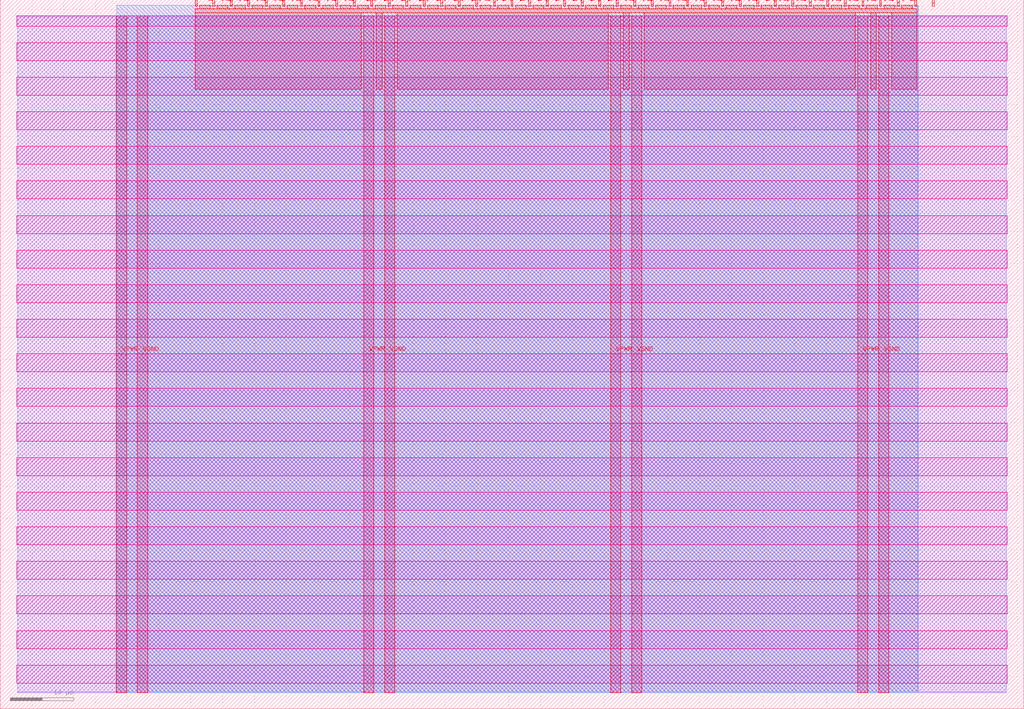
<source format=lef>
VERSION 5.7 ;
  NOWIREEXTENSIONATPIN ON ;
  DIVIDERCHAR "/" ;
  BUSBITCHARS "[]" ;
MACRO tt_um_program_counter_top_level
  CLASS BLOCK ;
  FOREIGN tt_um_program_counter_top_level ;
  ORIGIN 0.000 0.000 ;
  SIZE 161.000 BY 111.520 ;
  PIN VGND
    DIRECTION INOUT ;
    USE GROUND ;
    PORT
      LAYER met4 ;
        RECT 21.580 2.480 23.180 109.040 ;
    END
    PORT
      LAYER met4 ;
        RECT 60.450 2.480 62.050 109.040 ;
    END
    PORT
      LAYER met4 ;
        RECT 99.320 2.480 100.920 109.040 ;
    END
    PORT
      LAYER met4 ;
        RECT 138.190 2.480 139.790 109.040 ;
    END
  END VGND
  PIN VPWR
    DIRECTION INOUT ;
    USE POWER ;
    PORT
      LAYER met4 ;
        RECT 18.280 2.480 19.880 109.040 ;
    END
    PORT
      LAYER met4 ;
        RECT 57.150 2.480 58.750 109.040 ;
    END
    PORT
      LAYER met4 ;
        RECT 96.020 2.480 97.620 109.040 ;
    END
    PORT
      LAYER met4 ;
        RECT 134.890 2.480 136.490 109.040 ;
    END
  END VPWR
  PIN clk
    DIRECTION INPUT ;
    USE SIGNAL ;
    ANTENNAGATEAREA 0.852000 ;
    PORT
      LAYER met4 ;
        RECT 143.830 110.520 144.130 111.520 ;
    END
  END clk
  PIN ena
    DIRECTION INPUT ;
    USE SIGNAL ;
    PORT
      LAYER met4 ;
        RECT 146.590 110.520 146.890 111.520 ;
    END
  END ena
  PIN rst_n
    DIRECTION INPUT ;
    USE SIGNAL ;
    ANTENNAGATEAREA 0.196500 ;
    PORT
      LAYER met4 ;
        RECT 141.070 110.520 141.370 111.520 ;
    END
  END rst_n
  PIN ui_in[0]
    DIRECTION INPUT ;
    USE SIGNAL ;
    ANTENNAGATEAREA 0.213000 ;
    PORT
      LAYER met4 ;
        RECT 138.310 110.520 138.610 111.520 ;
    END
  END ui_in[0]
  PIN ui_in[1]
    DIRECTION INPUT ;
    USE SIGNAL ;
    ANTENNAGATEAREA 0.196500 ;
    PORT
      LAYER met4 ;
        RECT 135.550 110.520 135.850 111.520 ;
    END
  END ui_in[1]
  PIN ui_in[2]
    DIRECTION INPUT ;
    USE SIGNAL ;
    ANTENNAGATEAREA 0.196500 ;
    PORT
      LAYER met4 ;
        RECT 132.790 110.520 133.090 111.520 ;
    END
  END ui_in[2]
  PIN ui_in[3]
    DIRECTION INPUT ;
    USE SIGNAL ;
    PORT
      LAYER met4 ;
        RECT 130.030 110.520 130.330 111.520 ;
    END
  END ui_in[3]
  PIN ui_in[4]
    DIRECTION INPUT ;
    USE SIGNAL ;
    ANTENNAGATEAREA 0.196500 ;
    PORT
      LAYER met4 ;
        RECT 127.270 110.520 127.570 111.520 ;
    END
  END ui_in[4]
  PIN ui_in[5]
    DIRECTION INPUT ;
    USE SIGNAL ;
    ANTENNAGATEAREA 0.196500 ;
    PORT
      LAYER met4 ;
        RECT 124.510 110.520 124.810 111.520 ;
    END
  END ui_in[5]
  PIN ui_in[6]
    DIRECTION INPUT ;
    USE SIGNAL ;
    ANTENNAGATEAREA 0.196500 ;
    PORT
      LAYER met4 ;
        RECT 121.750 110.520 122.050 111.520 ;
    END
  END ui_in[6]
  PIN ui_in[7]
    DIRECTION INPUT ;
    USE SIGNAL ;
    ANTENNAGATEAREA 0.196500 ;
    PORT
      LAYER met4 ;
        RECT 118.990 110.520 119.290 111.520 ;
    END
  END ui_in[7]
  PIN uio_in[0]
    DIRECTION INPUT ;
    USE SIGNAL ;
    PORT
      LAYER met4 ;
        RECT 116.230 110.520 116.530 111.520 ;
    END
  END uio_in[0]
  PIN uio_in[1]
    DIRECTION INPUT ;
    USE SIGNAL ;
    PORT
      LAYER met4 ;
        RECT 113.470 110.520 113.770 111.520 ;
    END
  END uio_in[1]
  PIN uio_in[2]
    DIRECTION INPUT ;
    USE SIGNAL ;
    PORT
      LAYER met4 ;
        RECT 110.710 110.520 111.010 111.520 ;
    END
  END uio_in[2]
  PIN uio_in[3]
    DIRECTION INPUT ;
    USE SIGNAL ;
    PORT
      LAYER met4 ;
        RECT 107.950 110.520 108.250 111.520 ;
    END
  END uio_in[3]
  PIN uio_in[4]
    DIRECTION INPUT ;
    USE SIGNAL ;
    PORT
      LAYER met4 ;
        RECT 105.190 110.520 105.490 111.520 ;
    END
  END uio_in[4]
  PIN uio_in[5]
    DIRECTION INPUT ;
    USE SIGNAL ;
    PORT
      LAYER met4 ;
        RECT 102.430 110.520 102.730 111.520 ;
    END
  END uio_in[5]
  PIN uio_in[6]
    DIRECTION INPUT ;
    USE SIGNAL ;
    PORT
      LAYER met4 ;
        RECT 99.670 110.520 99.970 111.520 ;
    END
  END uio_in[6]
  PIN uio_in[7]
    DIRECTION INPUT ;
    USE SIGNAL ;
    PORT
      LAYER met4 ;
        RECT 96.910 110.520 97.210 111.520 ;
    END
  END uio_in[7]
  PIN uio_oe[0]
    DIRECTION OUTPUT ;
    USE SIGNAL ;
    ANTENNADIFFAREA 0.445500 ;
    PORT
      LAYER met4 ;
        RECT 49.990 110.520 50.290 111.520 ;
    END
  END uio_oe[0]
  PIN uio_oe[1]
    DIRECTION OUTPUT ;
    USE SIGNAL ;
    ANTENNADIFFAREA 0.445500 ;
    PORT
      LAYER met4 ;
        RECT 47.230 110.520 47.530 111.520 ;
    END
  END uio_oe[1]
  PIN uio_oe[2]
    DIRECTION OUTPUT ;
    USE SIGNAL ;
    ANTENNADIFFAREA 0.445500 ;
    PORT
      LAYER met4 ;
        RECT 44.470 110.520 44.770 111.520 ;
    END
  END uio_oe[2]
  PIN uio_oe[3]
    DIRECTION OUTPUT ;
    USE SIGNAL ;
    ANTENNADIFFAREA 0.445500 ;
    PORT
      LAYER met4 ;
        RECT 41.710 110.520 42.010 111.520 ;
    END
  END uio_oe[3]
  PIN uio_oe[4]
    DIRECTION OUTPUT ;
    USE SIGNAL ;
    ANTENNADIFFAREA 0.445500 ;
    PORT
      LAYER met4 ;
        RECT 38.950 110.520 39.250 111.520 ;
    END
  END uio_oe[4]
  PIN uio_oe[5]
    DIRECTION OUTPUT ;
    USE SIGNAL ;
    ANTENNADIFFAREA 0.445500 ;
    PORT
      LAYER met4 ;
        RECT 36.190 110.520 36.490 111.520 ;
    END
  END uio_oe[5]
  PIN uio_oe[6]
    DIRECTION OUTPUT ;
    USE SIGNAL ;
    ANTENNADIFFAREA 0.445500 ;
    PORT
      LAYER met4 ;
        RECT 33.430 110.520 33.730 111.520 ;
    END
  END uio_oe[6]
  PIN uio_oe[7]
    DIRECTION OUTPUT ;
    USE SIGNAL ;
    ANTENNADIFFAREA 0.445500 ;
    PORT
      LAYER met4 ;
        RECT 30.670 110.520 30.970 111.520 ;
    END
  END uio_oe[7]
  PIN uio_out[0]
    DIRECTION OUTPUT ;
    USE SIGNAL ;
    ANTENNADIFFAREA 0.445500 ;
    PORT
      LAYER met4 ;
        RECT 72.070 110.520 72.370 111.520 ;
    END
  END uio_out[0]
  PIN uio_out[1]
    DIRECTION OUTPUT ;
    USE SIGNAL ;
    ANTENNADIFFAREA 0.445500 ;
    PORT
      LAYER met4 ;
        RECT 69.310 110.520 69.610 111.520 ;
    END
  END uio_out[1]
  PIN uio_out[2]
    DIRECTION OUTPUT ;
    USE SIGNAL ;
    ANTENNADIFFAREA 0.445500 ;
    PORT
      LAYER met4 ;
        RECT 66.550 110.520 66.850 111.520 ;
    END
  END uio_out[2]
  PIN uio_out[3]
    DIRECTION OUTPUT ;
    USE SIGNAL ;
    ANTENNADIFFAREA 0.445500 ;
    PORT
      LAYER met4 ;
        RECT 63.790 110.520 64.090 111.520 ;
    END
  END uio_out[3]
  PIN uio_out[4]
    DIRECTION OUTPUT ;
    USE SIGNAL ;
    ANTENNADIFFAREA 0.445500 ;
    PORT
      LAYER met4 ;
        RECT 61.030 110.520 61.330 111.520 ;
    END
  END uio_out[4]
  PIN uio_out[5]
    DIRECTION OUTPUT ;
    USE SIGNAL ;
    ANTENNADIFFAREA 0.445500 ;
    PORT
      LAYER met4 ;
        RECT 58.270 110.520 58.570 111.520 ;
    END
  END uio_out[5]
  PIN uio_out[6]
    DIRECTION OUTPUT ;
    USE SIGNAL ;
    ANTENNADIFFAREA 0.445500 ;
    PORT
      LAYER met4 ;
        RECT 55.510 110.520 55.810 111.520 ;
    END
  END uio_out[6]
  PIN uio_out[7]
    DIRECTION OUTPUT ;
    USE SIGNAL ;
    ANTENNADIFFAREA 0.445500 ;
    PORT
      LAYER met4 ;
        RECT 52.750 110.520 53.050 111.520 ;
    END
  END uio_out[7]
  PIN uo_out[0]
    DIRECTION OUTPUT ;
    USE SIGNAL ;
    ANTENNADIFFAREA 1.782000 ;
    PORT
      LAYER met4 ;
        RECT 94.150 110.520 94.450 111.520 ;
    END
  END uo_out[0]
  PIN uo_out[1]
    DIRECTION OUTPUT ;
    USE SIGNAL ;
    ANTENNADIFFAREA 1.782000 ;
    PORT
      LAYER met4 ;
        RECT 91.390 110.520 91.690 111.520 ;
    END
  END uo_out[1]
  PIN uo_out[2]
    DIRECTION OUTPUT ;
    USE SIGNAL ;
    ANTENNADIFFAREA 1.782000 ;
    PORT
      LAYER met4 ;
        RECT 88.630 110.520 88.930 111.520 ;
    END
  END uo_out[2]
  PIN uo_out[3]
    DIRECTION OUTPUT ;
    USE SIGNAL ;
    ANTENNADIFFAREA 1.782000 ;
    PORT
      LAYER met4 ;
        RECT 85.870 110.520 86.170 111.520 ;
    END
  END uo_out[3]
  PIN uo_out[4]
    DIRECTION OUTPUT ;
    USE SIGNAL ;
    ANTENNADIFFAREA 0.445500 ;
    PORT
      LAYER met4 ;
        RECT 83.110 110.520 83.410 111.520 ;
    END
  END uo_out[4]
  PIN uo_out[5]
    DIRECTION OUTPUT ;
    USE SIGNAL ;
    ANTENNADIFFAREA 0.445500 ;
    PORT
      LAYER met4 ;
        RECT 80.350 110.520 80.650 111.520 ;
    END
  END uo_out[5]
  PIN uo_out[6]
    DIRECTION OUTPUT ;
    USE SIGNAL ;
    ANTENNADIFFAREA 0.445500 ;
    PORT
      LAYER met4 ;
        RECT 77.590 110.520 77.890 111.520 ;
    END
  END uo_out[6]
  PIN uo_out[7]
    DIRECTION OUTPUT ;
    USE SIGNAL ;
    ANTENNADIFFAREA 0.445500 ;
    PORT
      LAYER met4 ;
        RECT 74.830 110.520 75.130 111.520 ;
    END
  END uo_out[7]
  OBS
      LAYER nwell ;
        RECT 2.570 107.385 158.430 108.990 ;
        RECT 2.570 101.945 158.430 104.775 ;
        RECT 2.570 96.505 158.430 99.335 ;
        RECT 2.570 91.065 158.430 93.895 ;
        RECT 2.570 85.625 158.430 88.455 ;
        RECT 2.570 80.185 158.430 83.015 ;
        RECT 2.570 74.745 158.430 77.575 ;
        RECT 2.570 69.305 158.430 72.135 ;
        RECT 2.570 63.865 158.430 66.695 ;
        RECT 2.570 58.425 158.430 61.255 ;
        RECT 2.570 52.985 158.430 55.815 ;
        RECT 2.570 47.545 158.430 50.375 ;
        RECT 2.570 42.105 158.430 44.935 ;
        RECT 2.570 36.665 158.430 39.495 ;
        RECT 2.570 31.225 158.430 34.055 ;
        RECT 2.570 25.785 158.430 28.615 ;
        RECT 2.570 20.345 158.430 23.175 ;
        RECT 2.570 14.905 158.430 17.735 ;
        RECT 2.570 9.465 158.430 12.295 ;
        RECT 2.570 4.025 158.430 6.855 ;
      LAYER li1 ;
        RECT 2.760 2.635 158.240 108.885 ;
      LAYER met1 ;
        RECT 2.760 2.480 158.240 109.040 ;
      LAYER met2 ;
        RECT 18.310 2.535 144.340 110.685 ;
      LAYER met3 ;
        RECT 18.290 2.555 144.370 110.665 ;
      LAYER met4 ;
        RECT 31.370 110.120 33.030 110.665 ;
        RECT 34.130 110.120 35.790 110.665 ;
        RECT 36.890 110.120 38.550 110.665 ;
        RECT 39.650 110.120 41.310 110.665 ;
        RECT 42.410 110.120 44.070 110.665 ;
        RECT 45.170 110.120 46.830 110.665 ;
        RECT 47.930 110.120 49.590 110.665 ;
        RECT 50.690 110.120 52.350 110.665 ;
        RECT 53.450 110.120 55.110 110.665 ;
        RECT 56.210 110.120 57.870 110.665 ;
        RECT 58.970 110.120 60.630 110.665 ;
        RECT 61.730 110.120 63.390 110.665 ;
        RECT 64.490 110.120 66.150 110.665 ;
        RECT 67.250 110.120 68.910 110.665 ;
        RECT 70.010 110.120 71.670 110.665 ;
        RECT 72.770 110.120 74.430 110.665 ;
        RECT 75.530 110.120 77.190 110.665 ;
        RECT 78.290 110.120 79.950 110.665 ;
        RECT 81.050 110.120 82.710 110.665 ;
        RECT 83.810 110.120 85.470 110.665 ;
        RECT 86.570 110.120 88.230 110.665 ;
        RECT 89.330 110.120 90.990 110.665 ;
        RECT 92.090 110.120 93.750 110.665 ;
        RECT 94.850 110.120 96.510 110.665 ;
        RECT 97.610 110.120 99.270 110.665 ;
        RECT 100.370 110.120 102.030 110.665 ;
        RECT 103.130 110.120 104.790 110.665 ;
        RECT 105.890 110.120 107.550 110.665 ;
        RECT 108.650 110.120 110.310 110.665 ;
        RECT 111.410 110.120 113.070 110.665 ;
        RECT 114.170 110.120 115.830 110.665 ;
        RECT 116.930 110.120 118.590 110.665 ;
        RECT 119.690 110.120 121.350 110.665 ;
        RECT 122.450 110.120 124.110 110.665 ;
        RECT 125.210 110.120 126.870 110.665 ;
        RECT 127.970 110.120 129.630 110.665 ;
        RECT 130.730 110.120 132.390 110.665 ;
        RECT 133.490 110.120 135.150 110.665 ;
        RECT 136.250 110.120 137.910 110.665 ;
        RECT 139.010 110.120 140.670 110.665 ;
        RECT 141.770 110.120 143.430 110.665 ;
        RECT 30.655 109.440 144.145 110.120 ;
        RECT 30.655 97.415 56.750 109.440 ;
        RECT 59.150 97.415 60.050 109.440 ;
        RECT 62.450 97.415 95.620 109.440 ;
        RECT 98.020 97.415 98.920 109.440 ;
        RECT 101.320 97.415 134.490 109.440 ;
        RECT 136.890 97.415 137.790 109.440 ;
        RECT 140.190 97.415 144.145 109.440 ;
  END
END tt_um_program_counter_top_level
END LIBRARY


</source>
